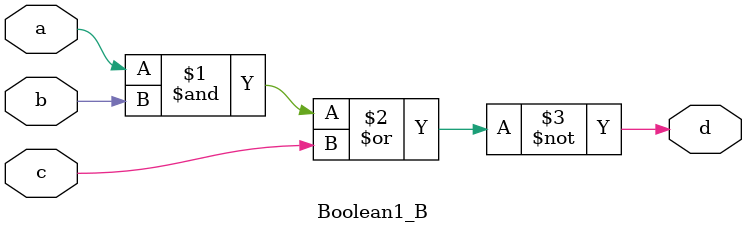
<source format=v>
`timescale 1ns / 1ps

module Boolean1_B(
    input a,
    input b,
    input c,
    output d
    );

assign d=~((a&b)|c);

endmodule
</source>
